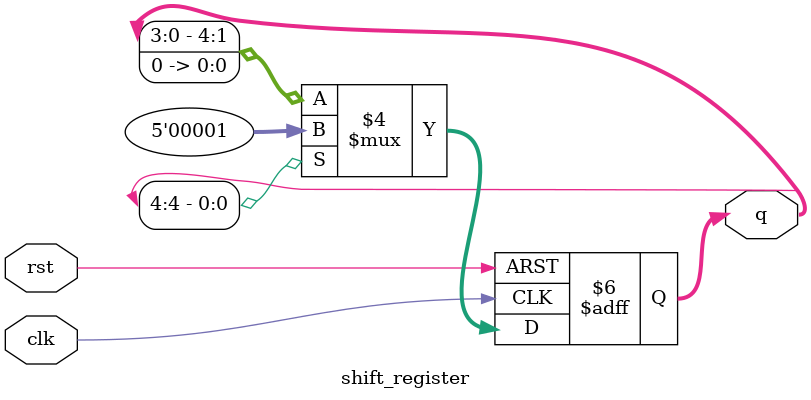
<source format=v>
module shift_register #(
    parameter WIDTH = 5,
    parameter INIT_VALUE = 1
)(
    input wire clk,
    input wire rst,
    output reg [WIDTH-1:0] q
);

    always @(posedge clk or posedge rst) begin
        if (rst) begin
            q <= INIT_VALUE;
        end
        else if (q[WIDTH-1] == 1'b1) begin
            q <= INIT_VALUE;
        end
        else begin
            q <= {q[WIDTH-2:0], 1'b0};
        end
    end

endmodule

</source>
